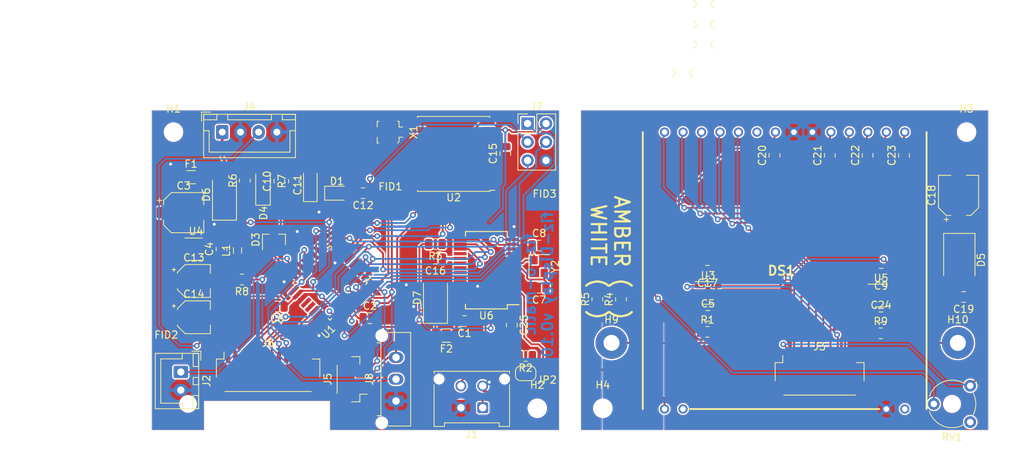
<source format=kicad_pcb>
(kicad_pcb (version 20221018) (generator pcbnew)
  (layers (0 "F.Cu" signal) (31 "B.Cu" signal) (34 "B.Paste" user) (35 "F.Paste" user) (36 "B.SilkS" user "B.Silkscreen") (37 "F.SilkS" user "F.Silkscreen") (38 "B.Mask" user) (39 "F.Mask" user) (44 "Edge.Cuts" user))
  (net 0 "")
  (net 1 "GND")
  (net 2 "Net-(U4-SW)")
  (net 3 "SCK")
  (net 4 "MOSI")
  (net 5 "MISO")
  (net 6 "+5V")
  (net 7 "RESET")
  (net 8 "TXD")
  (net 9 "RXD")
  (net 10 "SCL")
  (net 11 "SDA")
  (net 12 "A3")
  (net 13 "A2")
  (net 14 "A1")
  (net 15 "A0")
  (net 16 "Net-(U4-BST)")
  (net 17 "KEY")
  (net 18 "+12V")
  (net 19 "Net-(J7-Pin_3)")
  (net 20 "INSTR.BEL")
  (net 21 "Net-(D6-K)")
  (net 22 "D22")
  (net 23 "D23")
  (net 24 "Net-(JP2-Pad1)")
  (net 25 "CANH")
  (net 26 "CANL")
  (net 27 "D24")
  (net 28 "GPS_INT")
  (net 29 "1WIRE")
  (net 30 "INT_CAN")
  (net 31 "SS")
  (net 32 "UPDI")
  (net 33 "+3V3")
  (net 34 "GPS_RXD")
  (net 35 "GPS_TXD")
  (net 36 "GPS_RESET")
  (net 37 "AREF")
  (net 40 "A4")
  (net 41 "Net-(U6-OSC2)")
  (net 42 "Net-(U6-OSC1)")
  (net 43 "Net-(U6-~{RESET})")
  (net 57 "Net-(DS1-VB1-)")
  (net 58 "Net-(DS1-VB1+)")
  (net 59 "Net-(DS1-VB0+)")
  (net 60 "Net-(DS1-VB0-)")
  (net 61 "Net-(DS1-VLCD)")
  (net 62 "LED1")
  (net 64 "Net-(U4-EN)")
  (net 65 "Net-(DS1-NC_2)")
  (net 66 "LCD_LED")
  (net 67 "CS0")
  (net 68 "RST")
  (net 69 "CD")
  (net 70 "LCD_SCK")
  (net 71 "LCD_MOSI")
  (net 72 "Net-(R4-Pad2)")
  (net 77 "Net-(U2-RF_IN)")
  (net 79 "Net-(D7-A1)")
  (net 80 "Net-(U3-SNSK)")
  (net 81 "Net-(U3-SNS)")
  (net 82 "Net-(U5-SNSK)")
  (net 83 "Net-(U5-SNS)")
  (net 84 "Net-(H9-Pad1)")
  (net 85 "Net-(H10-Pad1)")
  (net 86 "TOUCH_1")
  (net 87 "TOUCH_2")
  (footprint "Capacitor_SMD:C_0805_2012Metric" (layer "F.Cu") (at 152.05 90.4 180)
    (fp_text reference "C12")
    (fp_text value "100n")
  )
  (footprint "Resistor_SMD:R_0805_2012Metric" (layer "F.Cu") (at 135.4 102.28 180)
    (fp_text reference "R8")
    (fp_text value "4,7k")
  )
  (footprint "Resistor_SMD:R_0805_2012Metric" (layer "F.Cu") (at 162 97.4 180)
    (fp_text reference "R3")
    (fp_text value "10k")
  )
  (footprint "Capacitor_SMD:C_0805_2012Metric" (layer "F.Cu") (at 140.55 88.75 90)
    (fp_text reference "C10")
    (fp_text value "100n")
  )
  (footprint "Capacitor_SMD:C_0805_2012Metric" (layer "F.Cu") (at 140.25 106 180)
    (fp_text reference "C6")
    (fp_text value "100n")
  )
  (footprint "Resistor_SMD:R_0805_2012Metric" (layer "F.Cu") (at 135.8 88.6625 90)
    (fp_text reference "R6")
    (fp_text value "15k")
  )
  (footprint "Diode_SMD:D_MiniMELF" (layer "F.Cu") (at 138.3 89.5 90)
    (fp_text reference "D4")
    (fp_text value "BZV55-C12")
  )
  (footprint "Crystal:Crystal_SMD_2520-4Pin_2.5x2.0mm" (layer "F.Cu") (at 176.25 100.5 -90)
    (fp_text reference "Y2")
    (fp_text value "16MHz")
  )
  (footprint "Capacitor_SMD:C_0805_2012Metric" (layer "F.Cu") (at 176.25 97.6)
    (fp_text reference "C8")
    (fp_text value "22p")
  )
  (footprint "Jumper:SolderJumper-2_P1.3mm_Open_RoundedPad1.0x1.5mm" (layer "F.Cu") (at 174.4 115.2 180)
    (fp_text reference "JP2")
    (fp_text value "Jumper_NC_Small")
  )
  (footprint "Resistor_SMD:R_0805_2012Metric" (layer "F.Cu") (at 174.4 112.8 180)
    (fp_text reference "R2")
    (fp_text value "120")
  )
  (footprint "Capacitor_SMD:C_0805_2012Metric" (layer "F.Cu") (at 166 108 180)
    (fp_text reference "C1")
    (fp_text value "100n")
  )
  (footprint "Connector_JST:JST_XH_B2B-XH-A_1x02_P2.50mm_Vertical" (layer "F.Cu") (at 127 115 -90)
    (fp_text reference "J2")
    (fp_text value "KEY")
  )
  (footprint "Package_QFP:TQFP-32_7x7mm_P0.8mm" (layer "F.Cu") (at 147.5 102.75 -135)
    (fp_text reference "U1")
    (fp_text value "ATmega4808-A")
  )
  (footprint "Capacitor_SMD:C_0805_2012Metric" (layer "F.Cu") (at 153 107.6)
    (fp_text reference "C2")
    (fp_text value "100n")
  )
  (footprint "Resistor_SMD:R_0805_2012Metric" (layer "F.Cu") (at 142.55 88.75 90)
    (fp_text reference "R7")
    (fp_text value "4,7k")
  )
  (footprint "Fuse:Fuse_1206_3216Metric" (layer "F.Cu") (at 128.4 88.2)
    (fp_text reference "F1")
    (fp_text value "500mA")
  )
  (footprint "Fiducial:Fiducial_0.5mm_Mask1mm" (layer "F.Cu") (at 125 111.4)
    (fp_text reference "FID2")
    (fp_text value "Fiducial")
  )
  (footprint "Fiducial:Fiducial_0.5mm_Mask1mm" (layer "F.Cu") (at 177 92)
    (fp_text reference "FID3")
    (fp_text value "Fiducial")
  )
  (footprint "Capacitor_SMD:CP_Elec_5x5.4" (layer "F.Cu") (at 127.4 93.08)
    (fp_text reference "C3")
    (fp_text value "22u 16V")
  )
  (footprint "Capacitor_SMD:C_0805_2012Metric" (layer "F.Cu") (at 132.6 98.08 90)
    (fp_text reference "C4")
    (fp_text value "100n")
  )
  (footprint "Capacitor_SMD:CP_Elec_4x4.5" (layer "F.Cu") (at 128.8 102.48)
    (fp_text reference "C13")
    (fp_text value "22u 6.3V")
  )
  (footprint "Capacitor_SMD:CP_Elec_4x4.5" (layer "F.Cu") (at 128.8 107.48)
    (fp_text reference "C14")
    (fp_text value "22u 6.3V")
  )
  (footprint "Inductor_SMD:L_0805_2012Metric" (layer "F.Cu") (at 134.8 98.28 90)
    (fp_text reference "L1")
    (fp_text value "4.7uH")
  )
  (footprint "Connector_Molex:Molex_Micro-Fit_3.0_43045-0412_2x02_P3.00mm_Vertical" (layer "F.Cu") (at 168.5 119.92 180)
    (fp_text reference "J1")
    (fp_text value "CAN")
  )
  (footprint "Connector_Molex:Molex_Micro-Fit_3.0_43650-0315_1x03_P3.00mm_Vertical" (layer "F.Cu") (at 156.585 119 90)
    (fp_text reference "J8")
    (fp_text value "Conn_01x03")
  )
  (footprint "Capacitor_SMD:C_0805_2012Metric" (layer "F.Cu") (at 176.25 103.4 180)
    (fp_text reference "C7")
    (fp_text value "22p")
  )
  (footprint "Connector_JST:JST_XH_B4B-XH-A_1x04_P2.50mm_Vertical" (layer "F.Cu") (at 132.7 82)
    (fp_text reference "J4")
    (fp_text value "PWR")
  )
  (footprint "Capacitor_Tantalum_SMD:CP_EIA-3216-18_Kemet-A" (layer "F.Cu") (at 144.8 89.25 90)
    (fp_text reference "C11")
    (fp_text value "1u")
  )
  (footprint "Package_TO_SOT_SMD:TSOT-23-6" (layer "F.Cu") (at 129.09 98.08)
    (fp_text reference "U4")
    (fp_text value "AP63203WU")
  )
  (footprint "Capacitor_SMD:C_0805_2012Metric" (layer "F.Cu") (at 171.6 84.95 90)
    (fp_text reference "C15")
    (fp_text value "100n")
  )
  (footprint "Connector_Coaxial:U.FL_Molex_MCRF_73412-0110_Vertical" (layer "F.Cu") (at 155.5 82 90)
    (fp_text reference "X1")
    (fp_text value "ANTENNA_U.FL")
  )
  (footprint "Fiducial:Fiducial_0.5mm_Mask1mm" (layer "F.Cu") (at 155.8 88 180)
    (fp_text reference "FID1")
    (fp_text value "Fiducial")
  )
  (footprint "Package_TO_SOT_SMD:SOT-23" (layer "F.Cu") (at 139.8 96.8 90)
    (fp_text reference "D3")
    (fp_text value "SP0502BAHT")
  )
  (footprint "Diode_SMD:D_SMA" (layer "F.Cu") (at 133 90.6 90)
    (fp_text reference "D6")
    (fp_text value "S1A")
  )
  (footprint "Capacitor_SMD:C_0805_2012Metric" (layer "F.Cu") (at 208.6 85.2 90)
    (fp_text reference "C20")
    (fp_text value "100n")
  )
  (footprint "Package_TO_SOT_SMD:SOT-23-6" (layer "F.Cu") (at 223.25 104.48)
    (fp_text reference "U5")
    (fp_text value "AT42QT1010-TSHR")
  )
  (footprint "RF_GPS:ublox_MAX" (layer "F.Cu") (at 164.5 85 180)
    (fp_text reference "U2")
    (fp_text value "MAX-M10S")
  )
  (footprint "Resistor_SMD:R_0805_2012Metric" (layer "F.Cu") (at 223.2 109.68)
    (fp_text reference "R9")
    (fp_text value "10k")
  )
  (footprint "Package_SO:SSOP-28_5.3x10.2mm_P0.65mm" (layer "F.Cu") (at 169 101 180)
    (fp_text reference "U6")
    (fp_text value "MCP25625-x-SS")
  )
  (footprint "Connector_JST:JST_SH_BM04B-SRSS-TB_1x04-1MP_P1.00mm_Vertical" (layer "F.Cu") (at 150.5 116 90)
    (fp_text reference "J5")
    (fp_text value "Conn_01x04_MountingPin")
  )
  (footprint "Capacitor_SMD:CP_Elec_5x3" (layer "F.Cu") (at 233.9 90.7 90)
    (fp_text reference "C18")
    (fp_text value "22u")
  )
  (footprint "MountingHole:MountingHole_2.2mm_M2" (layer "F.Cu") (at 126 82)
    (fp_text reference "H1")
    (fp_text value "MountingHole")
  )
  (footprint "Potentiometer_THT:Potentiometer_Piher_PT-6-V_Vertical_Hole" (layer "F.Cu") (at 235.5 116.9 180)
    (fp_text reference "RV1")
    (fp_text value "2.5k")
  )
  (footprint "Connector_JST:JST_SH_SM10B-SRSS-TB_1x10-1MP_P1.00mm_Horizontal" (layer "F.Cu") (at 214.8 115.5)
    (fp_text reference "J3")
    (fp_text value "Conn_01x10_MountingPin")
  )
  (footprint "MountingHole:MountingHole_2.2mm_M2_Pad" (layer "F.Cu") (at 186.2 111)
    (fp_text reference "H9")
    (fp_text value "MountingHole_Pad")
  )
  (footprint "Capacitor_SMD:C_0805_2012Metric" (layer "F.Cu") (at 162 99.4 180)
    (fp_text reference "C16")
    (fp_text value "100n")
  )
  (footprint "Capacitor_SMD:C_0805_2012Metric" (layer "F.Cu") (at 234.6 104.68 180)
    (fp_text reference "C19")
    (fp_text value "100n")
  )
  (footprint "fiz-o-matic:mouse-bite-1mm-slot" (layer "F.Cu") (at 195.95 73.87)
    (fp_text reference "H8" hide)
    (fp_text value "MouseBite" hide)
  )
  (footprint "Diode_SMD:D_0805_2012Metric" (layer "F.Cu") (at 148.4625 90.4)
    (fp_text reference "D1")
    (fp_text value "1N4148W")
  )
  (footprint "MountingHole:MountingHole_2.2mm_M2" (layer "F.Cu") (at 185 120)
    (fp_text reference "H4")
    (fp_text value "MountingHole")
  )
  (footprint "MountingHole:MountingHole_2.2mm_M2" (layer "F.Cu") (at 176 120)
    (fp_text reference "H2")
    (fp_text value "MountingHole")
  )
  (footprint "Capacitor_SMD:C_0805_2012Metric" (layer "F.Cu") (at 199.45 107.28)
    (fp_text reference "C5")
    (fp_text value "22n")
  )
  (footprint "Capacitor_SMD:C_0805_2012Metric" (layer "F.Cu") (at 221.4 85.2 90)
    (fp_text reference "C22")
    (fp_text value "1u")
  )
  (footprint "Capacitor_SMD:C_0805_2012Metric" (layer "F.Cu") (at 226.4 85.2 90)
    (fp_text reference "C23")
    (fp_text value "1u")
  )
  (footprint "Package_TO_SOT_SMD:SOT-23-6" (layer "F.Cu") (at 199.4625 104.13)
    (fp_text reference "U3")
    (fp_text value "AT42QT1010-TSHR")
  )
  (footprint "Capacitor_SMD:C_0805_2012Metric" (layer "F.Cu") (at 199.4 101.08 180)
    (fp_text reference "C17")
    (fp_text value "100n")
  )
  (footprint "Capacitor_SMD:C_0805_2012Metric" (layer "F.Cu") (at 223.25 101.48 180)
    (fp_text reference "C9")
    (fp_text value "100n")
  )
  (footprint "Diode_SMD:D_SMB" (layer "F.Cu") (at 234 99.6 -90)
    (fp_text reference "D5")
    (fp_text value "SMBJ15CA")
  )
  (footprint "Diode_SMD:D_SMA" (layer "F.Cu") (at 162 104.8 90)
    (fp_text reference "D7")
    (fp_text value "SMAJ5.0A")
  )
  (footprint "Capacitor_SMD:C_0805_2012Metric" (layer "F.Cu") (at 172.5 108.55 -90)
    (fp_text reference "C25")
    (fp_text value "100n")
  )
  (footprint "Fuse:Fuse_1206_3216Metric" (layer "F.Cu") (at 163.5 110 180)
    (fp_text reference "F2")
    (fp_text value "500mA")
  )
  (footprint "Capacitor_SMD:C_0805_2012Metric" (layer "F.Cu") (at 223.25 107.48)
    (fp_text reference "C24")
    (fp_text value "22n")
  )
  (footprint "fiz-o-matic:mouse-bite-1mm-slot" (layer "F.Cu") (at 198.85 64.37)
    (fp_text reference "H5" hide)
    (fp_text value "MouseBite" hide)
  )
  (footprint "Capacitor_SMD:C_0805_2012Metric" (layer "F.Cu") (at 216.2 85.2 90)
    (fp_text reference "C21")
    (fp_text value "1u")
  )
  (footprint "MountingHole:MountingHole_2.2mm_M2" (layer "F.Cu") (at 235 82)
    (fp_text reference "H3")
    (fp_text value "MountingHole")
  )
  (footprint "fiz-o-matic:mouse-bite-1mm-slot" (layer "F.Cu") (at 198.85 69.97)
    (fp_text reference "H7" hide)
    (fp_text value "MouseBite" hide)
  )
  (footprint "Resistor_SMD:R_0805_2012Metric" (layer "F.Cu") (at 187.5 105 90)
    (fp_text reference "R4")
    (fp_text value "1k")
  )
  (footprint "fiz-o-matic:EA-DOGS102W-6" (layer "F.Cu") (at 210 101.05)
    (fp_text reference "DS1")
    (fp_text value "EA_DOGS102W-6" hide)
  )
  (footprint "fiz-o-matic:mouse-bite-1mm-slot" (layer "F.Cu") (at 198.85 67.17)
    (fp_text reference "H6" hide)
    (fp_text value "MouseBite" hide)
  )
  (footprint "Connector_JST:JST_SH_SM12B-SRSS-TB_1x12-1MP_P1.00mm_Horizontal" (layer "F.Cu") (at 139 115)
    (fp_text reference "J6")
    (fp_text value "Conn_01x12_MountingPin")
  )
  (footprint "Connector_PinHeader_2.54mm:PinHeader_2x03_P2.54mm_Vertical" (layer "F.Cu") (at 174.66 80.82)
    (fp_text reference "J7")
    (fp_text value "Conn_02x03_Odd_Even")
  )
  (footprint "MountingHole:MountingHole_2.2mm_M2_Pad" (layer "F.Cu") (at 233.8 111)
    (fp_text reference "H10")
    (fp_text value "MountingHole_Pad")
  )
  (footprint "Resistor_SMD:R_0805_2012Metric" (layer "F.Cu") (at 184.25 105 90)
    (fp_text reference "R5")
    (fp_text value "560")
  )
  (footprint "Resistor_SMD:R_0805_2012Metric" (layer "F.Cu") (at 199.3875 109.48)
    (fp_text reference "R1")
    (fp_text value "10k")
  )
  (gr_line (start 123 123) (end 123 79) (stroke (width 0.05)) (layer "Edge.Cuts"))
  (gr_line (start 238 79) (end 182 79) (stroke (width 0.05)) (layer "Edge.Cuts"))
  (gr_line (start 130.2 119) (end 147.5 119) (stroke (width 0.05)) (layer "Edge.Cuts"))
  (gr_line (start 182 79) (end 182 123) (stroke (width 0.05)) (layer "Edge.Cuts"))
  (gr_line (start 130.2 123) (end 130.2 119) (stroke (width 0.05)) (layer "Edge.Cuts"))
  (gr_line (start 179 123) (end 179 79) (stroke (width 0.05)) (layer "Edge.Cuts"))
  (gr_line (start 147.5 119) (end 147.5 123) (stroke (width 0.05)) (layer "Edge.Cuts"))
  (gr_line (start 238 123) (end 238 79) (stroke (width 0.05)) (layer "Edge.Cuts"))
  (gr_line (start 182 123) (end 238 123) (stroke (width 0.05)) (layer "Edge.Cuts"))
  (gr_line (start 147.5 123) (end 179 123) (stroke (width 0.05)) (layer "Edge.Cuts"))
  (gr_line (start 123 123) (end 130.2 123) (stroke (width 0.05)) (layer "Edge.Cuts"))
  (gr_line (start 179 79) (end 123 79) (stroke (width 0.05)) (layer "Edge.Cuts"))
  (gr_text "fiz-o-matic\nfiz-Display v0.10" (at 176.2 103 90) (layer "B.Cu") (effects (font (size 1.5 1.5) (thickness 0.3)) (justify mirror)))
  (gr_text "AMBER (  )\nWHITE (  )" (at 186 108 270) (layer "F.SilkS") (effects (font (size 2 2) (thickness 0.3)) (justify right)))
  (segment (start 160 106.5) (end 159.924695 106.5) (width 0.25) (layer "B.Cu") (net 0))
  (segment (start 159.924695 106.5) (end 159.725 106.300305) (width 0.25) (layer "B.Cu") (net 0))
  (segment (start 159.725 106.300305) (end 159.725 105.699695) (width 0.25) (layer "B.Cu") (net 0))
  (via (at 143 95.68) (size 0.8) (drill 0.4) (layers "F.Cu" "B.Cu") (net 1))
  (via (at 125.6 86.4) (size 0.8) (drill 0.4) (layers "F.Cu" "B.Cu") (net 1))
  (via (at 148.2 100) (size 0.8) (drill 0.4) (layers "F.Cu" "B.Cu") (net 1))
  (via (at 141.2 102.6) (size 0.8) (drill 0.4) (layers "F.Cu" "B.Cu") (net 1))
  (via (at 158 103) (size 0.8) (drill 0.4) (layers "F.Cu" "B.Cu") (net 1))
  (via (at 146 93) (size 0.8) (drill 0.4) (layers "F.Cu" "B.Cu") (net 1))
  (via (at 146 110) (size 0.8) (drill 0.4) (layers "F.Cu" "B.Cu") (net 1))
  (via (at 172.8 95) (size 0.8) (drill 0.4) (layers "F.Cu" "B.Cu") (net 1))
  (via (at 167.8 103.2) (size 0.8) (drill 0.4) (layers "F.Cu" "B.Cu") (net 1))
  (via (at 131.6 94.68) (size 0.8) (drill 0.4) (layers "F.Cu" "B.Cu") (net 1))
  (via (at 169.4 116.4) (size 0.8) (drill 0.4) (layers "F.Cu" "B.Cu") (net 1))
  (via (at 159 106) (size 0.8) (drill 0.4) (layers "F.Cu" "B.Cu") (net 1))
  (segment (start 131.95 99.03) (end 132.6 99.03) (width 0.25) (layer "F.Cu") (net 2))
  (segment (start 131 98.08) (end 131.95 99.03) (width 0.25) (layer "F.Cu") (net 2))
  (segment (start 133.8625 99.3425) (end 134.8 99.3425) (width 0.25) (layer "F.Cu") (net 2))
  (segment (start 130.4 98.08) (end 131 98.08) (width 0.25) (layer "F.Cu") (net 2))
  (segment (start 132.6 99.03) (end 133.55 99.03) (width 0.25) (layer "F.Cu") (net 2))
  (segment (start 133.55 99.03) (end 133.8625 99.3425) (width 0.25) (layer "F.Cu") (net 2))
  (segment (start 139.868198 108.368198) (end 140.431802 108.368198) (width 0.25) (layer "F.Cu") (net 3))
  (segment (start 172.6 96.775) (end 171 96.775) (width 0.25) (layer "F.Cu") (net 3))
  (segment (start 151.4 99.4) (end 151.4 99.174695) (width 0.25) (layer "F.Cu") (net 3))
  (segment (start 136.5 111.736396) (end 139.868198 108.368198) (width 0.25) (layer "F.Cu") (net 3))
  (segment (start 136.5 113) (end 136.5 111.736396) (width 0.25) (layer "F.Cu") (net 3))
  (segment (start 140.431802 108.368198) (end 141.4 107.4) (width 0.25) (layer "F.Cu") (net 3))
  (segment (start 152.808746 97.765949) (end 152.849124 97.765949) (width 0.25) (layer "F.Cu") (net 3))
  (segment (start 150.788047 100.027639) (end 150.788047 100.011953) (width 0.25) (layer "F.Cu") (net 3))
  (segment (start 151.4 99.174695) (end 152.808746 97.765949) (width 0.25) (layer "F.Cu") (net 3))
  (segment (start 150.788047 100.011953) (end 151.4 99.4) (width 0.25) (layer "F.Cu") (net 3))
  (via (at 141.4 107.4) (size 0.8) (drill 0.4) (layers "F.Cu" "B.Cu") (net 3))
  (via (at 171 96.775) (size 0.8) (drill 0.4) (layers "F.Cu" "B.Cu") (net 3))
  (via (at 152.849124 97.765949) (size 0.8) (drill 0.4) (layers "F.Cu" "B.Cu") (net 3))
  (segment (start 170.034051 97.765949) (end 152.849124 97.765949) (width 0.25) (layer "B.Cu") (net 3))
  (segment (start 141.4 107.4) (end 144.625306 107.4) (width 0.25) (layer "B.Cu") (net 3))
  (segment (start 152.034051 97.765949) (end 152.849124 97.765949) (width 0.25) (layer "B.Cu") (net 3))
  (segment (start 145.112653 106.912653) (end 148.2 103.825305) (width 0.25) (layer "B.Cu") (net 3))
  (segment (start 171 96.775) (end 171 96.8) (width 0.25) (layer "B.Cu") (net 3))
  (segment (start 148.2 101.6) (end 152.034051 97.765949) (width 0.25) (layer "B.Cu") (net 3))
  (segment (start 148.2 103.825305) (end 148.2 101.6) (width 0.25) (layer "B.Cu") (net 3))
  (segment (start 171 96.8) (end 170.034051 97.765949) (width 0.25) (layer "B.Cu") (net 3))
  (segment (start 144.625306 107.4) (end 145.112653 106.912653) (width 0.25) (layer "B.Cu") (net 3))
  (segment (start 167.884551 96.775) (end 169.6 98.490449) (width 0.25) (layer "F.Cu") (net 4))
  (segment (start 135.5 113) (end 135.5 112.1) (width 0.25) (layer "F.Cu") (net 4))
  (segment (start 165.4 96.775) (end 167.884551 96.775) (width 0.25) (layer "F.Cu") (net 4))
  (segment (start 153.369659 99.708768) (end 151.919417 101.15901) (width 0.25) (layer "F.Cu") (net 4))
  (segment (start 153.369659 99.442415) (end 153.369659 99.708768) (width 0.25) (layer "F.Cu") (net 4))
  (segment (start 135.5 112.1) (end 140.2 107.4) (width 0.25) (layer "F.Cu") (net 4))
  (via (at 153.369659 99.442415) (size 0.8) (drill 0.4) (layers "F.Cu" "B.Cu") (net 4))
  (via (at 140.2 107.4) (size 0.8) (drill 0.4) (layers "F.Cu" "B.Cu") (net 4))
  (via (at 169.6 98.490449) (size 0.8) (drill 0.4) (layers "F.Cu" "B.Cu") (net 4))
  (segment (start 148.65 101.924695) (end 148.65 104.011701) (width 0.25) (layer "B.Cu") (net 4))
  (segment (start 148.65 104.011701) (end 145.030851 107.630851) (width 0.25) (layer "B.Cu") (net 4))
  (segment (start 152.099694 98.475) (end 148.65 101.924695) (width 0.25) (layer "B.Cu") (net 4))
  (segment (start 153.369659 99.144354) (end 152.700305 98.475) (width 0.25) (layer "B.Cu") (net 4))
  (segment (start 153.369659 99.442415) (end 153.369659 99.144354) (width 0.25) (layer "B.Cu") (net 4))
  (segment (start 152.700305 98.475) (end 152.099694 98.475) (width 0.25) (layer "B.Cu") (net 4))
  (segment (start 166.557585 99.442415) (end 167.4 98.6) (width 0.25) (layer "B.Cu") (net 4))
  (segment (start 169.6 98.490449) (end 167.509551 98.490449) (width 0.25) (layer "B.Cu") (net 4))
  (segment (start 140.925 108.125) (end 144.536702 108.125) (width 0.25) (layer "B.Cu") (net 4))
  (segment (start 166.557585 99.442415) (end 153.369659 99.442415) (width 0.25) (layer "B.Cu") (net 4))
  (segment (start 144.536702 108.125) (end 145.030851 107.630851) (width 0.25) (layer "B.Cu") (net 4))
  (segment (start 167.509551 98.490449) (end 167.4 98.6) (width 0.25) (layer "B.Cu") (net 4))
  (segment (start 140.2 107.4) (end 140.925 108.125) (width 0.25) (layer "B.Cu") (net 4))
  (segment (start 168.8 99.214949) (end 168.8 98.6) (width 0.25) (layer "F.Cu") (net 5))
  (segment (start 167.625 97.425) (end 165.4 97.425) (width 0.25) (layer "F.Cu") (net 5))
  (segment (start 152.4 99.547056) (end 151.353732 100.593324) (width 0.25) (layer "F.Cu") (net 5))
  (segment (start 168.8 98.6) (end 167.625 97.425) (width 0.25) (layer "F.Cu") (net 5))
  (segment (start 152.4 99.2) (end 152.4 99.547056) (width 0.25) (layer "F.Cu") (net 5))
  (via (at 168.8 99.214949) (size 0.8) (drill 0.4) (layers "F.Cu" "B.Cu") (net 5))
  (via (at 152.4 99.2) (size 0.8) (drill 0.4) (layers "F.Cu" "B.Cu") (net 5))
  (segment (start 167.985051 99.214949) (end 168.8 99.214949) (width 0.25) (layer "B.Cu") (net 5))
  (segment (start 167.032585 100.167415) (end 167.985051 99.214949) (width 0.25) (layer "B.Cu") (net 5))
  (segment (start 167.032585 100.167415) (end 153.069354 100.167415) (width 0.25) (layer "B.Cu") (net 5))
  (segment (start 152.4 99.498061) (end 152.4 99.2) (width 0.25) (layer "B.Cu") (net 5))
  (segment (start 153.069354 100.167415) (end 152.4 99.498061) (width 0.25) (layer "B.Cu") (net 5))
  (segment (start 164.5 108) (end 164 107.5) (width 0.35) (layer "F.Cu") (net 6))
  (segment (start 164 104.775) (end 164.2 104.575) (width 0.35) (layer "F.Cu") (net 6))
  (segment (start 164.9 110) (end 164.9 108.15) (width 0.35) (layer "F.Cu") (net 6))
  (segment (start 164.9 108.15) (end 165.05 108) (width 0.35) (layer "F.Cu") (net 6))
  (segment (start 164.2 104.575) (end 165.4 104.575) (width 0.35) (layer "F.Cu") (net 6))
  (segment (start 165.05 108) (end 164.5 108) (width 0.35) (layer "F.Cu") (net 6))
  (segment (start 164 107.5) (end 164 104.775) (width 0.35) (layer "F.Cu") (net 6))
  (segment (start 147.225305 95.6) (end 145.6 95.6) (width 0.25) (layer "F.Cu") (net 7))
  (segment (start 147.921573 106) (end 147.8 106) (width 0.25) (layer "F.Cu") (net 7))
  (segment (start 149.4 93.425305) (end 147.225305 95.6) (width 0.25) (layer "F.Cu") (net 7))
  (segment (start 149.4 90.4) (end 149.4 93.425305) (width 0.25) (layer "F.Cu") (net 7))
  (segment (start 146.4 104.6) (end 147.8 106) (width 0.25) (layer "F.Cu") (net 7))
  (segment (start 149.4 90.4) (end 151.1 90.4) (width 0.25) (layer "F.Cu") (net 7))
  (segment (start 149.09099 107.169417) (end 147.921573 106) (width 0.25) (layer "F.Cu") (net 7))
  (via (at 145.6 95.6) (size 0.8) (drill 0.4) (layers "F.Cu" "B.Cu") (net 7))
  (via (at 146.4 104.6) (size 0.8) (drill 0.4) (layers "F.Cu" "B.Cu") (net 7))
  (segment (start 145.6 101.174695) (end 144.475 102.299695) (width 0.25) (layer "B.Cu") (net 7))
  (segment (start 144.475 102.900305) (end 146.174695 104.6) (width 0.25) (layer "B.Cu") (net 7))
  (segment (start 144.475 102.299695) (end 144.475 102.900305) (width 0.25) (layer "B.Cu") (net 7))
  (segment (start 146.174695 104.6) (end 146.4 104.6) (width 0.25) (layer "B.Cu") (net 7))
  (segment (start 145.6 95.6) (end 145.6 101.174695) (width 0.25) (layer "B.Cu") (net 7))
  (segment (start 150.047056 103.6) (end 151.353732 104.906676) (width 0.25) (layer "F.Cu") (net 8))
  (segment (start 150 103.6) (end 150.047056 103.6) (width 0.25) (layer "F.Cu") (net 8))
  (via (at 150 103.6) (size 0.8) (drill 0.4) (layers "F.Cu" "B.Cu") (net 8))
  (segment (start 150 103.4) (end 150 103.6) (width 0.25) (layer "B.Cu") (net 8))
  (segment (start 171.725 97.524903) (end 167.907988 101.341915) (width 0.25) (layer "B.Cu") (net 8))
  (segment (start 167.907988 101.341915) (end 155.8 101.341915) (width 0.25) (layer "B.Cu") (net 8))
  (segment (start 151.816915 101.616915) (end 151.8 101.6) (width 0.25) (layer "B.Cu") (net 8))
  (segment (start 174.66 85.9) (end 174.66 87.102081) (width 0.25) (layer "B.Cu") (net 8))
  (segment (start 155.525 101.616915) (end 151.816915 101.616915) (width 0.25) (layer "B.Cu") (net 8))
  (segment (start 155.8 101.341915) (end 155.525 101.616915) (width 0.25) (layer "B.Cu") (net 8))
  (segment (start 151.8 101.6) (end 150 103.4) (width 0.25) (layer "B.Cu") (net 8))
  (segment (start 171.725 90.037081) (end 171.725 97.524903) (width 0.25) (layer "B.Cu") (net 8))
  (segment (start 174.66 87.102081) (end 171.725 90.037081) (width 0.25) (layer "B.Cu") (net 8))
  (segment (start 151.083475 103.505048) (end 151.919417 104.34099) (width 0.25) (layer "F.Cu") (net 9))
  (segment (start 151.083475 103.341831) (end 151.083475 103.505048) (width 0.25) (layer "F.Cu") (net 9))
  (via (at 151.083475 103.341831) (size 0.8) (drill 0.4) (layers "F.Cu" "B.Cu") (net 9))
  (segment (start 156.808085 101.791915) (end 156.8 101.8) (width 0.25) (layer "B.Cu") (net 9))
  (segment (start 168.094384 101.791915) (end 156.808085 101.791915) (width 0.25) (layer "B.Cu") (net 9))
  (segment (start 155.716915 102.066915) (end 152.358391 102.066915) (width 0.25) (layer "B.Cu") (net 9))
  (segment (start 155.991915 101.791915) (end 155.716915 102.066915) (width 0.25) (layer "B.Cu") (net 9))
  (segment (start 173.525 89.125001) (end 173.525 96.361299) (width 0.25) (layer "B.Cu") (net 9))
  (segment (start 175.835 86.815001) (end 173.525 89.125001) (width 0.25) (layer "B.Cu") (net 9))
  (segment (start 173.525 96.361299) (end 168.094384 101.791915) (width 0.25) (layer "B.Cu") (net 9))
  (segment (start 156 101.8) (end 155.991915 101.791915) (width 0.25) (layer "B.Cu") (net 9))
  (segment (start 175.835 84.725) (end 175.835 86.815001) (width 0.25) (layer "B.Cu") (net 9))
  (segment (start 152.358391 102.066915) (end 151.083475 103.341831) (width 0.25) (layer "B.Cu") (net 9))
  (segment (start 177.2 83.36) (end 175.835 84.725) (width 0.25) (layer "B.Cu") (net 9))
  (segment (start 156.8 101.8) (end 156 101.8) (width 0.25) (layer "B.Cu") (net 9))
  (segment (start 158.2 88.3) (end 155.5 91) (width 0.25) (layer "F.Cu") (net 10))
  (segment (start 153.880204 103.119796) (end 154.760408 104) (width 0.25) (layer "F.Cu") (net 10))
  (segment (start 152.485103 101.724695) (end 153.880204 103.119796) (width 0.25) (layer "F.Cu") (net 10))
  (segment (start 155.5 91) (end 155.525 91.025) (width 0.25) (layer "F.Cu") (net 10))
  (segment (start 153 114.5) (end 154 113.5) (width 0.25) (layer "F.Cu") (net 10))
  (segment (start 154.760408 104) (end 155 104) (width 0.25) (layer "F.Cu") (net 10))
  (segment (start 159.75 88.3) (end 158.2 88.3) (width 0.25) (layer "F.Cu") (net 10))
  (segment (start 151.825 114.5) (end 153 114.5) (width 0.25) (layer "F.Cu") (net 10))
  (segment (start 155.525 91.025) (end 155.525 101.475) (width 0.25) (layer "F.Cu") (net 10))
  (segment (start 155.525 101.475) (end 153.880204 103.119796) (width 0.25) (layer "F.Cu") (net 10))
  (via (at 155 104) (size 0.8) (drill 0.4) (layers "F.Cu" "B.Cu") (net 10))
  (via (at 154 113.5) (size 0.8) (drill 0.4) (layers "F.Cu" "B.Cu") (net 10))
  (segment (start 155 108.946644) (end 155.635 109.581644) (width 0.25) (layer "B.Cu") (net 10))
  (segment (start 155.635 109.581644) (end 155.635 110.418356) (width 0.25) (layer "B.Cu") (net 10))
  (segment (start 154.053356 112) (end 154 112) (width 0.25) (layer "B.Cu") (net 10))
  (segment (start 155 104) (end 155 108.946644) (width 0.25) (layer "B.Cu") (net 10))
  (segment (start 154 112) (end 154 113.5) (width 0.25) (layer "B.Cu") (net 10))
  (segment (start 155.635 110.418356) (end 154.053356 112) (width 0.25) (layer "B.Cu") (net 10))
  (segment (start 155.975 94.5) (end 156.008579 94.533579) (width 0.25) (layer "F.Cu") (net 11))
  (segment (start 153.509798 104.8) (end 152.485103 103.775305) (width 0.25) (layer "F.Cu") (net 11))
  (segment (start 156.5 91.5) (end 155.975 92.025) (width 0.25) (layer "F.Cu") (net 11))
  (segment (start 151.825 115.5) (end 153.025306 115.5) (width 0.25) (layer "F.Cu") (net 11))
  (segment (start 156.008579 104) (end 156.008579 104.191421) (width 0.25) (layer "F.Cu") (net 11))
  (segment (start 156.008579 104.191421) (end 155.4 104.8) (width 0.25) (layer "F.Cu") (net 11))
  (segment (start 159.5 91.5) (end 156.5 91.5) (width 0.25) (layer "F.Cu") (net 11))
  (segment (start 155.4 104.8) (end 153.509798 104.8) (width 0.25) (layer "F.Cu") (net 11))
  (segment (start 153.025306 115.5) (end 154.012653 114.512653) (width 0.25) (layer "F.Cu") (net 11))
  (segment (start 156.008579 94.533579) (end 156.008579 104) (width 0.25) (layer "F.Cu") (net 11))
  (segment (start 160.975 90.025) (end 159.5 91.5) (width 0.25) (layer "F.Cu") (net 11))
  (segment (start 160.975 87.525) (end 160.975 90.025) (width 0.25) (layer "F.Cu") (net 11))
  (segment (start 160.65 87.2) (end 160.975 87.525) (width 0.25) (layer "F.Cu") (net 11))
  (segment (start 159.75 87.2) (end 160.65 87.2) (width 0.25) (layer "F.Cu") (net 11))
  (segment (start 155.975 92.025) (end 155.975 94.5) (width 0.25) (layer "F.Cu") (net 11))
  (via (at 156.008579 104) (size 0.8) (drill 0.4) (layers "F.Cu" "B.Cu") (net 11))
  (via (at 154.012653 114.512653) (size 0.8) (drill 0.4) (layers "F.Cu" "B.Cu") (net 11))
  (segment (start 155 113.525306) (end 155 111.689752) (width 0.25) (layer "B.Cu") (net 11))
  (segment (start 156.008579 109.318827) (end 156.085 109.395248) (width 0.25) (layer "B.Cu") (net 11))
  (segment (start 155 111.689752) (end 156.085 110.604752) (width 0.25) (layer "B.Cu") (net 11))
  (segment (start 154.012653 114.512653) (end 155 113.525306) (width 0.25) (layer "B.Cu") (net 11))
  (segment (start 156.085 110.604752) (end 156.085 109.395248) (width 0.25) (layer "B.Cu") (net 11))
  (segment (start 156.008579 104) (end 156.008579 109.318827) (width 0.25) (layer "B.Cu") (net 11))
  (segment (start 144.731408 101.488084) (end 144.731408 100.547094) (width 0.25) (layer "F.Cu") (net 12))
  (segment (start 141.5 113) (end 141.5 111) (width 0.25) (layer "F.Cu") (net 12))
  (segment (start 144.731408 100.547094) (end 144.211953 100.027639) (width 0.25) (layer "F.Cu") (net 12))
  (segment (start 143.609746 102.609746) (end 144.731408 101.488084) (width 0.25) (layer "F.Cu") (net 12))
  (via (at 141.5 111) (size 0.8) (drill 0.4) (layers "F.Cu" "B.Cu") (net 12))
  (via (at 143.609746 102.609746) (size 0.8) (drill 0.4) (layers "F.Cu" "B.Cu") (net 12))
  (segment (start 139.475 108.5) (end 139.475 106.744492) (width 0.25) (layer "B.Cu") (net 12))
  (segment (start 139.475 108.975) (end 139.475 108.5) (width 0.25) (layer "B.Cu") (net 12))
  (segment (start 139.475 106.744492) (end 143.609746 102.609746) (width 0.25) (layer "B.Cu") (net 12))
  (segment (start 141.5 111) (end 139.475 108.975) (width 0.25) (layer "B.Cu") (net 12))
  (segment (start 140.5 111.120072) (end 140.50233 111.117742) (width 0.25) (layer "F.Cu") (net 13))
  (segment (start 143.975 98.200484) (end 143.975 98.659314) (width 0.25) (layer "F.Cu") (net 13))
  (segment (start 143.975 98.659314) (end 144.777639 99.461953) (width 0.25) (layer "F.Cu") (net 13))
  (segment (start 140.5 113) (end 140.5 111.120072) (width 0.25) (layer "F.Cu") (net 13))
  (via (at 140.50233 111.117742) (size 0.8) (drill 0.4) (layers "F.Cu" "B.Cu") (net 13))
  (via (at 143.975 98.200484) (size 0.8) (drill 0.4) (layers "F.Cu" "B.Cu") (net 13))
  (segment (start 139.025 109.640412) (end 139.025 109.5) (width 0.25) (layer "B.Cu") (net 13))
  (segment (start 139.025 106.169187) (end 143.394187 101.8) (width 0.25) (layer "B.Cu") (net 13))
  (segment (start 140.50233 111.117742) (end 139.025 109.640412) (width 0.25) (layer "B.Cu") (net 13))
  (segment (start 139.025 109.5) (end 139.025 109) (width 0.25) (layer "B.Cu") (net 13))
  (segment (start 143.4 101.8) (end 143.4 98.775484) (width 0.25) (layer "B.Cu") (net 13))
  (segment (start 143.394187 101.8) (end 143.4 101.8) (width 0.25) (layer "B.Cu") (net 13))
  (segment (start 143.4 98.775484) (end 143.975 98.200484) (width 0.25) (layer "B.Cu") (net 13))
  (segment (start 139.025 109) (end 139.025 106.169187) (width 0.25) (layer "B.Cu") (net 13))
  (segment (start 130.4 97.13) (end 132.6 97.13) (width 0.25) (layer "F.Cu") (net 16))
  (segment (start 141.6 99.678427) (end 143.080583 101.15901) (width 0.25) (layer "F.Cu") (net 17))
  (segment (start 141.6 99.4) (end 141.6 99.678427) (width 0.25) (layer "F.Cu") (net 17))
  (via (at 141.6 99.4) (size 0.8) (drill 0.4) (layers "F.Cu" "B.Cu") (net 17))
  (segment (start 127 115) (end 132 115) (width 0.25) (layer "B.Cu") (net 17))
  (segment (start 132 115) (end 137 110) (width 0.25) (layer "B.Cu") (net 17))
  (segment (start 137 102.454695) (end 140.054695 99.4) (width 0.25) (layer "B.Cu") (net 17))
  (segment (start 137 110) (end 137 102.454695) (width 0.25) (layer "B.Cu") (net 17))
  (segment (start 140.054695 99.4) (end 141.6 99.4) (width 0.25) (layer "B.Cu") (net 17))
  (segment (start 133 88.6) (end 133 85.88) (width 0.35) (layer "F.Cu") (net 18))
  (segment (start 133 88.6) (end 133.9 88.6) (width 0.35) (layer "F.Cu") (net 18))
  (segment (start 133 85.88) (end 132.7 85.58) (width 0.35) (layer "F.Cu") (net 18))
  (segment (start 134.875 89.575) (end 135.8 89.575) (width 0.35) (layer "F.Cu") (net 18))
  (segment (start 133.9 88.6) (end 134.875 89.575) (width 0.35) (layer "F.Cu") (net 18))
  (segment (start 132.7 82) (end 132.7 85.58) (width 0.35) (layer "F.Cu") (net 18))
  (segment (start 153 88.4) (end 153 90.4) (width 0.25) (layer "F.Cu") (net 19))
  (via (at 153 88.4) (size 0.8) (drill 0.4) (layers "F.Cu" "B.Cu") (net 19))
  (segment (start 172.275 80.975) (end 160.425 80.975) (width 0.25) (layer "B.Cu") (net 19))
  (segment (start 160.425 80.975) (end 153 88.4) (width 0.25) (layer "B.Cu") (net 19))
  (segment (start 174.66 83.36) (end 172.275 80.975) (width 0.25) (layer "B.Cu") (net 19))
  (segment (start 133 110.5) (end 130.1 110.5) (width 0.25) (layer "F.Cu") (net 20))
  (segment (start 130.1 110.5) (end 130 110.6) (width 0.25) (layer "F.Cu") (net 20))
  (segment (start 133.5 111) (end 133 110.5) (width 0.25) (layer "F.Cu") (net 20))
  (segment (start 133.5 113) (end 133.5 111) (width 0.25) (layer "F.Cu") (net 20))
  (segment (start 129.2 111.4) (end 130 110.6) (width 0.25) (layer "F.Cu") (net 20))
  (via (at 129.2 111.4) (size 0.8) (drill 0.4) (layers "F.Cu" "B.Cu") (net 20))
  (segment (start 124.925 85.675) (end 124 86.6) (width 0.25) (layer "B.Cu") (net 20))
  (segment (start 137.7 82) (end 134.025 85.675) (width 0.25) (layer "B.Cu") (net 20))
  (segment (start 124 86.6) (end 124 108.6) (width 0.25) (layer "B.Cu") (net 20))
  (segment (start 129.2 111.4) (end 126.8 111.4) (width 0.25) (layer "B.Cu") (net 20))
  (segment (start 126.8 111.4) (end 124 108.6) (width 0.25) (layer "B.Cu") (net 20))
  (segment (start 134.025 85.675) (end 124.925 85.675) (width 0.25) (layer "B.Cu") (net 20))
  (segment (start 129.8 88.2) (end 130.52 88.2) (width 0.25) (layer "F.Cu") (net 21))
  (segment (start 133 90.88) (end 133 92.6) (width 0.25) (layer "F.Cu") (net 21))
  (segment (start 131.2 90.48) (end 131.4 90.68) (width 0.25) (layer "F.Cu") (net 21))
  (segment (start 130.52 88.2) (end 131.2 88.88) (width 0.25) (layer "F.Cu") (net 21))
  (segment (start 131.2 88.88) (end 131.2 90.48) (width 0.25) (layer "F.Cu") (net 21))
  (segment (start 132.8 90.68) (end 133 90.88) (width 0.25) (layer "F.Cu") (net 21))
  (segment (start 131.4 90.68) (end 132.8 90.68) (width 0.25) (layer "F.Cu") (net 21))
  (segment (start 137.5 113) (end 137.5 111.821975) (width 0.25) (layer "F.Cu") (net 22))
  (segment (start 137.5 111.821975) (end 140.321975 109) (width 0.25) (layer "F.Cu") (net 22))
  (segment (start 142.947056 109) (end 145.343324 106.603732) (width 0.25) (layer "F.Cu") (net 22))
  (segment (start 140.321975 109) (end 142.947056 109) (width 0.25) (layer "F.Cu") (net 22))
  (segment (start 143.528427 109.55) (end 145.90901 107.169417) (width 0.25) (layer "F.Cu") (net 23))
  (segment (start 138.5 113) (end 138.5 111.458371) (width 0.25) (layer "F.Cu") (net 23))
  (segment (start 138.5 111.458371) (end 140.408371 109.55) (width 0.25) (layer "F.Cu") (net 23))
  (segment (start 140.408371 109.55) (end 143.528427 109.55) (width 0.25) (layer "F.Cu") (net 23))
  (segment (start 175.3125 112.8) (end 175.3125 114.0875) (width 0.25) (layer "F.Cu") (net 24))
  (segment (start 175.05 115.2) (end 175.05 114.35) (width 0.25) (layer "F.Cu") (net 24))
  (segment (start 175.3125 114.0875) (end 175.05 114.35) (width 0.25) (layer "F.Cu") (net 24))
  (segment (start 164.9 116.92) (end 169.02 112.8) (width 0.25) (layer "F.Cu") (net 25))
  (segment (start 172.6 103.275) (end 171.475 103.275) (width 0.25) (layer "F.Cu") (net 25))
  (segment (start 169.02 112.8) (end 173.4875 112.8) (width 0.25) (layer "F.Cu") (net 25))
  (segment (start 168.875 112.655) (end 169.02 112.8) (width 0.25) (layer "F.Cu") (net 25))
  (segment (start 168.875 105.875) (end 168.875 112.655) (width 0.25) (layer "F.Cu") (net 25))
  (segment (start 171.475 103.275) (end 168.875 105.875) (width 0.25) (layer "F.Cu") (net 25))
  (segment (start 176.8 111.8) (end 176.8 116.4) (width 0.25) (layer "F.Cu") (net 26))
  (segment (start 173.525 103.925) (end 174.2 104.6) (width 0.25) (layer "F.Cu") (net 26))
  (segment (start 173.75 116.85) (end 173.75 115.2) (width 0.25) (layer "F.Cu") (net 26))
  (segment (start 175.2 111.2) (end 176.2 111.2) (width 0.25) (layer "F.Cu") (net 26))
  (segment (start 176.8 116.4) (end 176.4 116.8) (width 0.25) (layer "F.Cu") (net 26))
  (segment (start 174.2 104.6) (end 174.2 110.2) (width 0.25) (layer "F.Cu") (net 26))
  (segment (start 168.65 117.67) (end 172.93 117.67) (width 0.25) (layer "F.Cu") (net 26))
  (segment (start 174.2 110.2) (end 175.2 111.2) (width 0.25) (layer "F.Cu") (net 26))
  (segment (start 176.4 116.8) (end 173.8 116.8) (width 0.25) (layer "F.Cu") (net 26))
  (segment (start 167.9 116.92) (end 168.65 117.67) (width 0.25) (layer "F.Cu") (net 26))
  (segment (start 172.6 103.925) (end 173.525 103.925) (width 0.25) (layer "F.Cu") (net 26))
  (segment (start 176.2 111.2) (end 176.8 111.8) (width 0.25) (layer "F.Cu") (net 26))
  (segment (start 172.93 117.67) (end 173.75 116.85) (width 0.25) (layer "F.Cu") (net 26))
  (segment (start 173.8 116.8) (end 173.75 116.85) (width 0.25) (layer "F.Cu") (net 26))
  (segment (start 139.5 111.094767) (end 140.594767 110) (width 0.25) (layer "F.Cu") (net 27))
  (segment (start 144.209798 110) (end 146.474695 107.735103) (width 0.25) (layer "F.Cu") (net 27))
  (segment (start 139.5 113) (end 139.5 111.094767) (width 0.25) (layer "F.Cu") (net 27))
  (segment (start 140.594767 110) (end 144.209798 110) (width 0.25) (layer "F.Cu") (net 27))
  (segment (start 156.733579 96.616421) (end 156.733579 104.300305) (width 0.25) (layer "F.Cu") (net 28))
  (segment (start 148.525305 107.719998) (end 147.42699 106.621683) (width 0.25) (layer "F.Cu") (net 28))
  (segment (start 156.733579 104.300305) (end 155.508884 105.525) (width 0.25) (layer "F.Cu") (net 28))
  (segment (start 169.25 85) (end 168.35 85) (width 0.25) (layer "F.Cu") (net 28))
  (segment (start 148.525305 107.735103) (end 149.5 108.709798) (width 0.25) (layer "F.Cu") (net 28))
  (segment (start 168.35 85) (end 156.733579 96.616421) (width 0.25) (layer "F.Cu") (net 28))
  (segment (start 149.5 108.709798) (end 149.5 110) (width 0.25) (layer "F.Cu") (net 28))
  (segment (start 148.525305 107.735103) (end 148.525305 107.719998) (width 0.25) (layer "F.Cu") (net 28))
  (segment (start 155.508884 105.525) (end 154 105.525) (width 0.25) (layer "F.Cu") (net 28))
  (via (at 147.42699 106.621683) (size 0.8) (drill 0.4) (layers "F.Cu" "B.Cu") (net 28))
  (via (at 154 105.525) (size 0.8) (drill 0.4) (layers "F.Cu" "B.Cu") (net 28))
  (via (at 149.5 110) (size 0.8) (drill 0.4) (layers "F.Cu" "B.Cu") (net 28))
  (segment (start 154 106.025305) (end 150.025305 110) (width 0.25) (layer "B.Cu") (net 28))
  (segment (start 150.025305 110) (end 149.5 110) (width 0.25) (layer "B.Cu") (net 28))
  (segment (start 154 105.525) (end 154 106.025305) (width 0.25) (layer "B.Cu") (net 28))
  (segment (start 138.85 97.8) (end 138.85 98.059798) (width 0.25) (layer "F.Cu") (net 29))
  (segment (start 136.3125 102.28) (end 138.2 102.28) (width 0.25) (layer "F.Cu") (net 29))
  (segment (start 138.2 102.28) (end 140.635101 99.844899) (width 0.25) (layer "F.Cu") (net 29))
  (segment (start 138.85 98.059798) (end 140.095101 99.304899) (width 0.25) (layer "F.Cu") (net 29))
  (segment (start 140.095101 99.304899) (end 140.635101 99.844899) (width 0.25) (layer "F.Cu") (net 29))
  (segment (start 140.635101 99.844899) (end 142.514897 101.724695) (width 0.25) (layer "F.Cu") (net 29))
  (via (at 138.2 102.28) (size 0.8) (drill 0.4) (layers "F.Cu" "B.Cu") (net 29))
  (segment (start 155.4 116) (end 143.774695 116) (width 0.25) (layer "B.Cu") (net 29))
  (segment (start 138.2 110.425305) (end 138.2 102.28) (width 0.25) (layer "B.Cu") (net 29))
  (segment (start 143.774695 116) (end 138.2 110.425305) (width 0.25) (layer "B.Cu") (net 29))
  (segment (start 172.525 97.5) (end 170.7 97.5) (width 0.25) (layer "F.Cu") (net 30))
  (segment (start 150.2 96.6) (end 149.690202 96.6) (width 0.25) (layer "F.Cu") (net 30))
  (segment (start 149.690202 96.6) (end 148.525305 97.764897) (width 0.25) (layer "F.Cu") (net 30))
  (segment (start 170.7 97.5) (end 169.987701 96.787701) (width 0.25) (layer "F.Cu") (net 30))
  (segment (start 172.6 97.425) (end 172.525 97.5) (width 0.25) (layer "F.Cu") (net 30))
  (segment (start 172.6 97.425) (end 172.5 97.525) (width 0.25) (layer "F.Cu") (net 30))
  (via (at 169.987701 96.787701) (size 0.8) (drill 0.4) (layers "F.Cu" "B.Cu") (net 30))
  (via (at 150.2 96.6) (size 0.8) (drill 0.4) (layers "F.Cu" "B.Cu") (net 30))
  (segment (start 168.040949 97.040949) (end 150.640949 97.040949) (width 0.25) (layer "B.Cu") (net 30))
  (segment (start 169.734453 97.040949) (end 169.987701 96.787701) (width 0.25) (layer "B.Cu") (net 30))
  (segment (start 168.040949 97.040949) (end 169.734453 97.040949) (width 0.25) (layer "B.Cu") (net 30))
  (segment (start 150.640949 97.040949) (end 150.2 96.6) (width 0.25) (layer "B.Cu") (net 30))
  (segment (start 150.222361 99.377639) (end 151.4 98.2) (width 0.25) (layer "F.Cu") (net 31))
  (segment (start 154.8 100.891915) (end 154.8 98.69152) (width 0.25) (layer "F.Cu") (net 31))
  (segment (start 166.525 98.075) (end 168.112299 99.662299) (width 0.25) (layer "F.Cu") (net 31))
  (segment (start 150.222361 99.461953) (end 150.222361 99.377639) (width 0.25) (layer "F.Cu") (net 31))
  (segment (start 153.149429 97.040949) (end 152.395447 97.040949) (width 0.25) (layer "F.Cu") (net 31))
  (segment (start 165.4 98.075) (end 166.525 98.075) (width 0.25) (layer "F.Cu") (net 31))
  (segment (start 168.112299 99.662299) (end 168.112299 100.112299) (width 0.25) (layer "F.Cu") (net 31))
  (segment (start 152.395447 97.040949) (end 151.4 98.036396) (width 0.25) (layer "F.Cu") (net 31))
  (segment (start 151.4 98.036396) (end 151.4 98.2) (width 0.25) (layer "F.Cu") (net 31))
  (segment (start 154.8 98.69152) (end 153.149429 97.040949) (width 0.25) (layer "F.Cu") (net 31))
  (via (at 154.8 100.891915) (size 0.8) (drill 0.4) (layers "F.Cu" "B.Cu") (net 31))
  (via (at 168.112299 100.112299) (size 0.8) (drill 0.4) (layers "F.Cu" "B.Cu") (net 31))
  (segment (start 167.332683 100.891915) (end 154.8 100.891915) (width 0.25) (layer "B.Cu") (net 31))
  (segment (start 168.112299 100.112299) (end 167.332683 100.891915) (width 0.25) (layer "B.Cu") (net 31))
  (segment (start 149.656676 106.603732) (end 150.5 107.447056) (width 0.25) (layer "F.Cu") (net 32))
  (segment (start 150.5 107.447056) (end 150.5 108) (width 0.25) (layer "F.Cu") (net 32))
  (via (at 150.5 108) (size 0.8) (drill 0.4) (layers "F.Cu" "B.Cu") (net 32))
  (segment (start 174.117437 90.682563) (end 178.375 86.425) (width 0.25) (layer "B.Cu") (net 32))
  (segment (start 155.374695 102.6) (end 155.820226 102.6) (width 0.25) (layer "B.Cu") (net 32))
  (segment (start 174.117437 96.405258) (end 174.117437 90.682563) (width 0.25) (layer "B.Cu") (net 32))
  (segment (start 150.5 107.474695) (end 155.374695 102.6) (width 0.25) (layer "B.Cu") (net 32))
  (segment (start 156.166915 102.253311) (end 168.269384 102.253311) (width 0.25) (layer "B.Cu") (net 32))
  (segment (start 177.686701 82.185) (end 176.025 82.185) (width 0.25) (layer "B.Cu") (net 32))
  (segment (start 168.269384 102.253311) (end 174.117437 96.405258) (width 0.25) (layer "B.Cu") (net 32))
  (segment (start 155.820226 102.6) (end 156.166915 102.253311) (width 0.25) (layer "B.Cu") (net 32))
  (segment (start 178.375 86.425) (end 178.375 82.873299) (width 0.25) (layer "B.Cu") (net 32))
  (segment (start 176.025 82.185) (end 174.66 80.82) (width 0.25) (layer "B.Cu") (net 32))
  (segment (start 150.5 108) (end 150.5 107.474695) (width 0.25) (layer "B.Cu") (net 32))
  (segment (start 178.375 82.873299) (end 177.686701 82.185) (width 0.25) (layer "B.Cu") (net 32))
  (segment (start 162.95 99.4) (end 165.375 99.4) (width 0.35) (layer "F.Cu") (net 33))
  (segment (start 160.2 97.4) (end 159.8 97.8) (width 0.25) (layer "F.Cu") (net 33))
  (segment (start 171.6 84) (end 169.35 84) (width 0.25) (layer "F.Cu") (net 33))
  (segment (start 172.5 82) (end 172.2 81.7) (width 0.25) (layer "F.Cu") (net 33))
  (segment (start 200.374695 97.6) (end 195.475 92.700305) (width 0.25) (layer "F.Cu") (net 33))
  (segment (start 208.6 82) (end 208.6 84.25) (width 0.25) (layer "F.Cu") (net 33))
  (segment (start 211.3 102.9) (end 210.44 102.04) (width 0.25) (layer "F.Cu") (net 33))
  (segment (start 206 97.6) (end 200.374695 97.6) (width 0.25) (layer "F.Cu") (net 33))
  (segment (start 152.2 108.8) (end 155.4 108.8) (width 0.25) (layer "F.Cu") (net 33))
  (segment (start 200.35 102.23) (end 200.6 102.48) (width 0.25) (layer "F.Cu") (net 33))
  (segment (start 165.375 99.4) (end 165.4 99.375) (width 0.35) (layer "F.Cu") (net 33))
  (segment (start 145.2 103.821536) (end 148.00585 103.821536) (width 0.25) (layer "F.Cu") (net 33))
  (segment (start 148.00585 103.821536) (end 150.222361 106.038047) (width 0.25) (layer "F.Cu") (net 33))
  (segment (start 129 99.48) (end 127 101.48) (width 0.25) (layer "F.Cu") (net 33))
  (segment (start 134.8 95.28) (end 134.8 95.08) (width 0.25) (layer "F.Cu") (net 33))
  (segment (start 150.222361 106.038047) (end 150.238047 106.038047) (width 0.25) (layer "F.Cu") (net 33))
  (segment (start 224.3875 103.53) (end 224.3875 104.48) (width 0.25) (layer "F.Cu") (net 33))
  (segment (start 128.65 97.13) (end 129 97.48) (width 0.25) (layer "F.Cu") (net 33))
  (segment (start 224.2 102.28) (end 224.4 102.48) (width 0.25) (layer "F.Cu") (net 33))
  (segment (start 141.2 105) (end 140.8 104.6) (width 0.25) (layer "F.Cu") (net 33))
  (segment (start 156.585 108.885) (end 156.5 108.8) (width 0.25) (layer "F.Cu") (net 33))
  (segment (start 209.3 103.18) (end 210.44 102.04) (width 0.25) (layer "F.Cu") (net 33))
  (segment (start 170.4 107.6) (end 169.6 108.4) (width 0.25) (layer "F.Cu") (net 33))
  (segment (start 136.52 94.48) (end 136.6 94.4) (width 0.25) (layer "F.Cu") (net 33))
  (segment (start 169.35 84) (end 169.25 83.9) (width 0.25) (layer "F.Cu") (net 33))
  (segment (start 224.2 101.48) (end 224.2 100.08) (width 0.25) (layer "F.Cu") (net 33))
  (segment (start 151.825 117.5) (end 152.599999 117.5) (width 0.25) (layer "F.Cu") (net 33))
  (segment (start 151.4 107.6) (end 152.05 107.6) (width 0.25) (layer "F.Cu") (net 33))
  (segment (start 200.6 103.18) (end 209.3 103.18) (width 0.25) (layer "F.Cu") (net 33))
  (segment (start 128.2 95.28) (end 127.78 95.7) (width 0.25) (layer "F.Cu") (net 33))
  (segment (start 211.3 113.5) (end 211.3 102.9) (width 0.25) (layer "F.Cu") (net 33))
  (segment (start 134.8 95.28) (end 128.2 95.28) (width 0.25) (layer "F.Cu") (net 33))
  (segment (start 134.5 113) (end 134.5 104.6) (width 0.25) (layer "F.Cu") (net 33))
  (segment (start 155 115.099999) (end 155 113.5) (width 0.25) (layer "F.Cu") (net 33))
  (segment (start 155.5 113) (end 156.585 113) (width 0.25) (layer "F.Cu") (net 33))
  (segment (start 195.475 92.700305) (end 195.475 91.125) (width 0.25) (layer "F.Cu") (net 33))
  (segment (start 224.2 101.48) (end 224.2 102.28) (width 0.25) (layer "F.Cu") (net 33))
  (segment (start 127.78 97.13) (end 128.65 97.13) (width 0.25) (layer "F.Cu") (net 33))
  (segment (start 127 104.48) (end 127 104.68) (width 0.25) (layer "F.Cu") (net 33))
  (segment (start 152.05 107.6) (end 152.05 108.65) (width 0.25) (layer "F.Cu") (net 33))
  (segment (start 172.5 105.325) (end 172.6 105.225) (width 0.25) (layer "F.Cu") (net 33))
  (segment (start 169.25 82.8) (end 169.25 83.9) (width 0.25) (layer "F.Cu") (net 33))
  (segment (start 141.2 106) (end 141.2 105) (width 0.25) (layer "F.Cu") (net 33))
  (segment (start 172.5 107.6) (end 172.5 105.325) (width 0.25) (layer "F.Cu") (net 33))
  (segment (start 210.44 102.04) (end 206 97.6) (width 0.25) (layer "F.Cu") (net 33))
  (segment (start 143.600037 103.821536) (end 145.2 103.821536) (width 0.25) (layer "F.Cu") (net 33))
  (segment (start 169.25 81.7) (end 169.25 82.8) (width 0.25) (layer "F.Cu") (net 33))
  (segment (start 127 101.48) (end 127 102.48) (width 0.25) (layer "F.Cu") (net 33))
  (segment (start 200.6 102.48) (end 200.6 103.18) (width 0.25) (layer "F.Cu") (net 33))
  (segment (start 202.35 84.25) (end 208.6 84.25) (width 0.25) (layer "F.Cu") (net 33))
  (segment (start 224.2 100.08) (end 223.6 99.48) (width 0.25) (layer "F.Cu") (net 33))
  (segment (start 161.0875 97.4) (end 160.2 97.4) (width 0.25) (layer "F.Cu") (net 33))
  (segment (start 171.6 81.7) (end 169.25 81.7) (width 0.25) (layer "F.Cu") (net 33))
  (segment (start 176.02 82) (end 172.5 82) (width 0.25) (layer "F.Cu") (net 33))
  (segment (start 134.8 95.08) (end 135.4 94.48) (width 0.25) (layer "F.Cu") (net 33))
  (segment (start 151 107.2) (end 151.4 107.6) (width 0.25) (layer "F.Cu") (net 33))
  (segment (start 159.8 97.8) (end 159.8 107.8) (width 0.25) (layer "F.Cu") (net 33))
  (segment (start 224.4 102.48) (end 224.3875 102.4925) (width 0.25) (layer "F.Cu") (net 33))
  (segment (start 150.222361 106.038047) (end 151 106.815686) (width 0.25) (layer "F.Cu") (net 33))
  (segment (start 143.080583 104.34099) (end 143.600037 103.821536) (width 0.25) (layer "F.Cu") (net 33))
  (segment (start 177.2 80.82) (end 176.02 82) (width 0.25) (layer "F.Cu") (net 33))
  (segment (start 143.080583 104.34099) (end 143.05901 104.34099) (width 0.25) (layer "F.Cu") (net 33))
  (segment (start 129 97.48) (end 129 99.48) (width 0.25) (layer "F.Cu") (net 33))
  (segment (start 169.6 108.4) (end 169.6 109) (width 0.25) (layer "F.Cu") (net 33))
  (segment (start 135.4 94.48) (end 136.52 94.48) (width 0.25) (layer "F.Cu") (net 33))
  (segment (start 132.8 104.6) (end 127.12 104.6) (width 0.25) (layer "F.Cu") (net 33))
  (segment (start 127 104.68) (end 127 107.48) (width 0.25) (layer "F.Cu") (net 33))
  (segment (start 156.585 113) (end 156.585 108.885) (width 0.25) (layer "F.Cu") (net 33))
  (segment (start 127 102.48) (end 127 104.48) (width 0.25) (layer "F.Cu") (net 33))
  (segment (start 147.525 90.4) (end 147.525 94.275) (width 0.25) (layer "F.Cu") (net 33))
  (segment (start 158.8 108.8) (end 159.8 107.8) (width 0.25) (layer "F.Cu") (net 33))
  (segment (start 172.5 107.6) (end 170.4 107.6) (width 0.25) (layer "F.Cu") (net 33))
  (segment (start 134.8 95.28) (end 134.8 97.2175) (width 0.25) (layer "F.Cu") (net 33))
  (segment (start 152.05 108.65) (end 152.2 108.8) (width 0.25) (layer "F.Cu") (net 33))
  (segment (start 141.4 106) (end 141.2 106) (width 0.25) (layer "F.Cu") (net 33))
  (segment (start 127.78 95.7) (end 127.78 97.13) (width 0.25) (layer "F.Cu") (net 33))
  (segment (start 156.5 108.8) (end 158.8 108.8) (width 0.25) (layer "F.Cu") (net 33))
  (segment (start 171.6 81.7) (end 171.6 84) (width 0.25) (layer "F.Cu") (net 33))
  (segment (start 152.599999 117.5) (end 155 115.099999) (width 0.25) (layer "F.Cu") (net 33))
  (segment (start 155.4 108.8) (end 156.5 108.8) (width 0.25) (layer "F.Cu") (net 33))
  (segment (start 195.475 91.125) (end 202.35 84.25) (width 0.25) (layer "F.Cu") (net 33))
  (segment (start 134.5 104.6) (end 132.8 104.6) (width 0.25) (layer "F.Cu") (net 33))
  (segment (start 172.2 81.7) (end 171.6 81.7) (width 0.25) (layer "F.Cu") (net 33))
  (segment (start 200.35 101.08) (end 200.35 102.23) (width 0.25) (layer "F.Cu") (net 33))
  (segment (start 224.3875 102.4925) (end 224.3875 103.53) (width 0.25) (layer "F.Cu") (net 33))
  (segment (start 140.8 104.6) (end 134.5 104.6) (width 0.25) (layer "F.Cu") (net 33))
  (segment (start 145.2 102.6) (end 145.2 103.821536) (width 0.25) (layer "F.Cu") (net 33))
  (segment (start 143.05901 104.34099) (end 141.4 106) (width 0.25) (layer "F.Cu") (net 33))
  (segment (start 151 106.815686) (end 151 107.2) (width 0.25) (layer "F.Cu") (net 33))
  (segment (start 155 113.5) (end 155.5 113) (width 0.25) (layer "F.Cu") (net 33))
  (segment (start 200.6 103.18) (end 200.6 104.13) (width 0.25) (layer "F.Cu") (net 33))
  (segment (start 147.525 94.275) (end 147.4 94.4) (width 0.25) (layer "F.Cu") (net 33))
  (segment (start 127.12 104.6) (end 127 104.48) (width 0.25) (layer "F.Cu") (net 33))
  (via (at 169.6 109) (size 0.8) (drill 0.4) (layers "F.Cu" "B.Cu") (net 33))
  (via (at 210.44 102.04) (size 0.8) (drill 0.4) (layers "F.Cu" "B.Cu") (net 33))
  (via (at 136.6 94.4) (size 0.8) (drill 0.4) (layers "F.Cu" "B.Cu") (net 33))
  (via (at 171.6 81.7) (size 0.8) (drill 0.4) (layers "F.Cu" "B.Cu") (net 33))
  (via (at 145.2 102.6) (size 0.8) (drill 0.4) (layers "F.Cu" "B.Cu") (net 33))
  (via (at 147.4 94.4) (size 0.8) (drill 0.4) (layers "F.Cu" "B.Cu") (net 33))
  (via (at 223.6 99.48) (size 0.8) (drill 0.4) (layers "F.Cu" "B.Cu") (net 33))
  (via (at 159.8 107.8) (size 0.8) (drill 0.4) (layers "F.Cu" "B.Cu") (net 33))
  (segment (start 171.6 89.2) (end 171.6 81.7) (width 0.25) (layer "B.Cu") (net 33))
  (segment (start 171.275 89.525) (end 171.6 89.2) (width 0.25) (layer "B.Cu") (net 33))
  (segment (start 147.4 100.4) (end 145.2 102.6) (width 0.25) (layer "B.Cu") (net 33))
  (segment (start 223.6 99.48) (end 213 99.48) (width 0.25) (layer "B.Cu") (net 33))
  (segment (start 169.6 109) (end 161 109) (width 0.25) (layer "B.Cu") (net 33))
  (segment (start 161 109) (end 159.8 107.8) (width 0.25) (layer "B.Cu") (net 33))
  (segment (start 169.4 94.4) (end 171.275 92.525) (width 0.25) (layer "B.Cu") (net 33))
  (segment (start 213 99.48) (end 210.44 102.04) (width 0.25) (layer "B.Cu") (net 33))
  (segment (start 147.4 94.4) (end 147.4 100.4) (width 0.25) (layer "B.Cu") (net 33))
  (segment (start 171.275 92.525) (end 171.275 89.525) (width 0.25) (layer "B.Cu") (net 33))
  (segment (start 136.6 94.4) (end 147.4 94.4) (width 0.25) (layer "B.Cu") (net 33))
  (segment (start 152.236995 96.315949) (end 154 96.315949) (width 0.25) (layer "F.Cu") (net 34))
  (segment (start 163 91.5) (end 167.3 87.2) (width 0.25) (layer "F.Cu") (net 34))
  (segment (start 167.3 87.2) (end 169.25 87.2) (width 0.25) (layer "F.Cu") (net 34))
  (segment (start 149.656676 98.896268) (end 152.236995 96.315949) (width 0.25) (layer "F.Cu") (net 34))
  (segment (start 163 96) (end 163 91.5) (width 0.25) (layer "F.Cu") (net 34))
  (via (at 154 96.315949) (size 0.8) (drill 0.4) (layers "F.Cu" "B.Cu") (net 34))
  (via (at 163 96) (size 0.8) (drill 0.4) (layers "F.Cu" "B.Cu") (net 34))
  (segment (start 154 96.315949) (end 162.684051 96.315949) (width 0.25) (layer "B.Cu") (net 34))
  (segment (start 162.684051 96.315949) (end 163 96) (width 0.25) (layer "B.Cu") (net 34))
  (segment (start 150.10542 97.811128) (end 152.416548 95.5) (width 0.25) (layer "F.Cu") (net 35))
  (segment (start 152.416548 95.5) (end 153 95.5) (width 0.25) (layer "F.Cu") (net 35))
  (segment (start 149.610445 97.811128) (end 150.10542 97.811128) (width 0.25) (layer "F.Cu") (net 35))
  (segment (start 164 91.136396) (end 166.836396 88.3) (width 0.25) (layer "F.Cu") (net 35))
  (segment (start 164 95.125) (end 164 91.136396) (width 0.25) (layer "F.Cu") (net 35))
  (segment (start 149.09099 98.330583) (end 149.610445 97.811128) (width 0.25) (layer "F.Cu") (net 35))
  (segment (start 166.836396 88.3) (end 169.25 88.3) (width 0.25) (layer "F.Cu") (net 35))
  (via (at 153 95.5) (size 0.8) (drill 0.4) (layers "F.Cu" "B.Cu") (net 35))
  (via (at 164 95.125) (size 0.8) (drill 0.4) (layers "F.Cu" "B.Cu") (net 35))
  (segment (start 153 95.5) (end 161 95.5) (width 0.25) (layer "B.Cu") (net 35))
  (segment (start 161 95.5) (end 161.375 95.125) (width 0.25) (layer "B.Cu") (net 35))
  (segment (start 161.375 95.125) (end 164 95.125) (width 0.25) (layer "B.Cu") (net 35))
  (segment (start 169.25 80.6) (end 168.35 80.6) (width 0.25) (layer "F.Cu") (net 36))
  (segment (start 168.35 80.6) (end 161.425 87.525) (width 0.25) (layer "F.Cu") (net 36))
  (segment (start 149.739592 94.5) (end 154 94.5) (width 0.25) (layer "F.Cu") (net 36))
  (segment (start 161.425 90.899694) (end 158.912347 93.412347) (width 0.25) (layer "F.Cu") (net 36))
  (segment (start 146.474695 97.764897) (end 149.739592 94.5) (width 0.25) (layer "F.Cu") (net 36))
  (segment (start 161.425 87.525) (end 161.425 90.899694) (width 0.25) (layer "F.Cu") (net 36))
  (via (at 158.912347 93.412347) (size 0.8) (drill 0.4) (layers "F.Cu" "B.Cu") (net 36))
  (via (at 154 94.5) (size 0.8) (drill 0.4) (layers "F.Cu" "B.Cu") (net 36))
  (segment (start 157.824694 94.5) (end 158.912347 93.412347) (width 0.25) (layer "B.Cu") (net 36))
  (segment (start 154 94.5) (end 157.824694 94.5) (width 0.25) (layer "B.Cu") (net 36))
  (segment (start 140.75 91.03) (end 140.55 90.83) (width 0.25) (layer "F.Cu") (net 40))
  (segment (start 142.8 99.747056) (end 143.646268 100.593324) (width 0.25) (layer "F.Cu") (net 40))
  (segment (start 136.825 88.125) (end 136.825 88.925) (width 0.25) (layer "F.Cu") (net 40))
  (segment (start 138.3 91.25) (end 138.3 89.75) (width 0.25) (layer "F.Cu") (net 40))
  (segment (start 140.55 89.7) (end 142.5125 89.7) (width 0.25) (layer "F.Cu") (net 40))
  (segment (start 142.8 98.8) (end 142.8 99.747056) (width 0.25) (layer "F.Cu") (net 40))
  (segment (start 137.6 89.7) (end 138.35 89.7) (width 0.25) (layer "F.Cu") (net 40))
  (segment (start 140.55 90.83) (end 140.55 89.7) (width 0.25) (layer "F.Cu") (net 40))
  (segment (start 140.75 97.8) (end 140.75 91.03) (width 0.25) (layer "F.Cu") (net 40))
  (segment (start 142.55 89.6625) (end 143.8625 89.6625) (width 0.25) (layer "F.Cu") (net 40))
  (segment (start 136.45 87.75) (end 136.825 88.125) (width 0.25) (layer "F.Cu") (net 40))
  (segment (start 136.825 88.925) (end 137.6 89.7) (width 0.25) (layer "F.Cu") (net 40))
  (segment (start 138.35 89.7) (end 140.55 89.7) (width 0.25) (layer "F.Cu") (net 40))
  (segment (start 138.3 89.75) (end 138.35 89.7) (width 0.25) (layer "F.Cu") (net 40))
  (segment (start 143.25 98.35) (end 142.8 98.8) (width 0.25) (layer "F.Cu") (net 40))
  (segment (start 135.8 87.75) (end 136.45 87.75) (width 0.25) (layer "F.Cu") (net 40))
  (segment (start 142.5125 89.7) (end 142.55 89.6625) (width 0.25) (layer "F.Cu") (net 40))
  (segment (start 140.75 97.8) (end 143.25 97.8) (width 0.25) (layer "F.Cu") (net 40))
  (segment (start 143.8625 89.6625) (end 144.8 90.6) (width 0.25) (layer "F.Cu") (net 40))
  (segment (start 143.25 97.8) (end 143.25 98.35) (width 0.25) (layer "F.Cu") (net 40))
  (segment (start 177.2 102.6) (end 176.875 102.275) (width 0.25) (layer "F.Cu") (net 41))
  (segment (start 172.6 100.675) (end 173.725 100.675) (width 0.25) (layer "F.Cu") (net 41))
  (segment (start 174.6 101.55) (end 174.6 102.075) (width 0.25) (layer "F.Cu") (net 41))
  (segment (start 176.95 102.2) (end 176.95 101.375) (width 0.25) (layer "F.Cu") (net 41))
  (segment (start 174.8 102.275) (end 176.875 102.275) (width 0.25) (layer "F.Cu") (net 41))
  (segment (start 177.2 103.4) (end 177.2 102.6) (width 0.25) (layer "F.Cu") (net 41))
  (segment (start 173.725 100.675) (end 174.6 101.55) (width 0.25) (layer "F.Cu") (net 41))
  (segment (start 174.6 102.075) (end 174.8 102.275) (width 0.25) (layer "F.Cu") (net 41))
  (segment (start 176.875 102.275) (end 176.95 102.2) (width 0.25) (layer "F.Cu") (net 41))
  (segment (start 175.3 98.7) (end 175.55 98.95) (width 0.25) (layer "F.Cu") (net 42))
  (segment (start 175.55 98.95) (end 175.55 99.625) (width 0.25) (layer "F.Cu") (net 42))
  (segment (start 172.6 100.025) (end 173.975 100.025) (width 0.25) (layer "F.Cu") (net 42))
  (segment (start 174.425 99.625) (end 175.55 99.625) (width 0.25) (layer "F.Cu") (net 42))
  (segment (start 173.975 100.025) (end 174.4 99.6) (width 0.25) (layer "F.Cu") (net 42))
  (segment (start 175.3 97.6) (end 175.3 98.7) (width 0.25) (layer "F.Cu") (net 42))
  (segment (start 174.4 99.6) (end 174.425 99.625) (width 0.25) (layer "F.Cu") (net 42))
  (segment (start 165.375 98.75) (end 165.4 98.725) (width 0.25) (layer "F.Cu") (net 43))
  (segment (start 223.84 82) (end 223.84 86.16) (width 0.25) (layer "F.Cu") (net 57))
  (segment (start 216.2 86.15) (end 216.2 87) (width 0.25) (layer "F.Cu") (net 57))
  (segment (start 223.84 86.16) (end 222.6 87.4) (width 0.25) (layer "F.Cu") (net 57))
  (segment (start 216.6 87.4) (end 222.6 87.4) (width 0.25) (layer "F.Cu") (net 57))
  (segment (start 216.2 87) (end 216.6 87.4) (width 0.25) (layer "F.Cu") (net 57))
  (segment (start 216.22 84.23) (end 216.2 84.25) (width 0.25) (layer "F.Cu") (net 58))
  (segment (start 216.22 82) (end 216.22 84.23) (width 0.25) (layer "F.Cu") (net 58))
  (segment (start 218.76 82) (end 218.76 85.16) (width 0.25) (layer "F.Cu") (net 59))
  (segment (start 219.75 86.15) (end 221.4 86.15) (width 0.25) (layer "F.Cu") (net 59))
  (segment (start 218.76 85.16) (end 219.75 86.15) (width 0.25) (layer "F.Cu") (net 59))
  (segment (start 221.4 83.2) (end 221.4 84.25) (width 0.25) (layer "F.Cu") (net 60))
  (segment (start 221.3 83.1) (end 221.4 83.2) (width 0.25) (layer "F.Cu") (net 60))
  (segment (start 221.3 82) (end 221.3 83.1) (width 0.25) (layer "F.Cu") (net 60))
  (segment (start 226.4 84.25) (end 226.4 82.02) (width 0.25) (layer "F.Cu") (net 61))
  (segment (start 226.4 82.02) (end 226.38 82) (width 0.25) (layer "F.Cu") (net 61))
  (segment (start 187 116.8) (end 191.6 116.8) (width 0.25) (layer "F.Cu") (net 62))
  (segment (start 184.25 105.9125) (end 183.4875 105.9125) (width 0.25) (layer "F.Cu") (net 62))
  (segment (start 193.49 118.69) (end 193.49 120.1) (width 0.25) (layer "F.Cu") (net 62))
  (segment (start 182.8 106.6) (end 182.8 112.6) (width 0.25) (layer "F.Cu") (net 62))
  (segment (start 191.6 116.8) (end 193.49 118.69) (width 0.25) (layer "F.Cu") (net 62))
  (segment (start 184.25 105.9125) (end 187.5 105.9125) (width 0.25) (layer "F.Cu") (net 62))
  (segment (start 183.4875 105.9125) (end 182.8 106.6) (width 0.25) (layer "F.Cu") (net 62))
  (segment (start 182.8 112.6) (end 187 116.8) (width 0.25) (layer "F.Cu") (net 62))
  (segment (start 126 98.08) (end 127.78 98.08) (width 0.25) (layer "F.Cu") (net 64))
  (segment (start 127.78 99.03) (end 127.78 98.08) (width 0.25) (layer "F.Cu") (net 64))
  (segment (start 126.08 88.2) (end 125.2 89.08) (width 0.25) (layer "F.Cu") (net 64))
  (segment (start 125.2 89.08) (end 125.2 93.08) (width 0.25) (layer "F.Cu") (net 64))
  (segment (start 127 88.2) (end 126.08 88.2) (width 0.25) (layer "F.Cu") (net 64))
  (segment (start 125.2 97.28) (end 126 98.08) (width 0.25) (layer "F.Cu") (net 64))
  (segment (start 125.2 93.08) (end 125.2 97.28) (width 0.25) (layer "F.Cu") (net 64))
  (segment (start 235.55 104.68) (end 236.6 104.68) (width 0.25) (layer "F.Cu") (net 66))
  (segment (start 233.9 97.35) (end 234 97.45) (width 0.25) (layer "F.Cu") (net 66))
  (segment (start 236.6 104.68) (end 236.8 104.48) (width 0.25) (layer "F.Cu") (net 66))
  (segment (start 236.8 98.78) (end 236.8 104.48) (width 0.25) (layer "F.Cu") (net 66))
  (segment (start 235.47 97.45) (end 236.8 98.78) (width 0.25) (layer "F.Cu") (net 66))
  (segment (start 210.3 111.7) (end 209.8 111.2) (width 0.25) (layer "F.Cu") (net 66))
  (segment (start 233.9 92.9) (end 233.9 97.35) (width 0.25) (layer "F.Cu") (net 66))
  (segment (start 236.8 104.48) (end 236.8 115.6) (width 0.25) (layer "F.Cu") (net 66))
  (segment (start 210.3 113.5) (end 210.3 111.7) (width 0.25) (layer "F.Cu") (net 66))
  (segment (start 234 97.45) (end 235.47 97.45) (width 0.25) (layer "F.Cu") (net 66))
  (segment (start 236.8 115.6) (end 235.5 116.9) (width 0.25) (layer "F.Cu") (net 66))
  (via (at 209.8 111.2) (size 0.8) (drill 0.4) (layers "F.Cu" "B.Cu") (net 66))
  (segment (start 209.8 111.2) (end 227 111.2) (width 0.25) (layer "B.Cu") (net 66))
  (segment (start 232.55 116.75) (end 235.5 116.75) (width 0.25) (layer "B.Cu") (net 66))
  (segment (start 227 111.2) (end 232.55 116.75) (width 0.25) (layer "B.Cu") (net 66))
  (segment (start 216.3 113.5) (end 216.3 102.990812) (width 0.25) (layer "F.Cu") (net 67))
  (segment (start 205.709188 92.4) (end 196.2 92.4) (width 0.25) (layer "F.Cu") (net 67))
  (segment (start 216.3 102.990812) (end 205.709188 92.4) (width 0.25) (layer "F.Cu") (net 67))
  (via (at 196.2 92.4) (size 0.8) (drill 0.4) (layers "F.Cu" "B.Cu") (net 67))
  (segment (start 193.36 89.56) (end 193.36 82) (width 0.25) (layer "B.Cu") (net 67))
  (segment (start 196.2 92.4) (end 193.36 89.56) (width 0.25) (layer "B.Cu") (net 67))
  (segment (start 215.3 102.627208) (end 215.3 113.5) (width 0.25) (layer "F.Cu") (net 68))
  (segment (start 205.872792 93.2) (end 215.3 102.627208) (width 0.25) (layer "F.Cu") (net 68))
  (segment (start 198.4 93.2) (end 205.872792 93.2) (width 0.25) (layer "F.Cu") (net 68))
  (via (at 198.4 93.2) (size 0.8) (drill 0.4) (layers "F.Cu" "B.Cu") (net 68))
  (segment (start 195.9 90.7) (end 198.4 93.2) (width 0.25) (layer "B.Cu") (net 68))
  (segment (start 195.9 82) (end 195.9 90.7) (width 0.25) (layer "B.Cu") (net 68))
  (segment (start 214.3 113.5) (end 214.3 102.263604) (width 0.25) (layer "F.Cu") (net 69))
  (segment (start 214.3 102.263604) (end 205.911396 93.875) (width 0.25) (layer "F.Cu") (net 69))
  (segment (start 200.925 93.875) (end 200.8 94) (width 0.25) (layer "F.Cu") (net 69))
  (segment (start 205.911396 93.875) (end 200.925 93.875) (width 0.25) (layer "F.Cu") (net 69))
  (via (at 200.8 94) (size 0.8) (drill 0.4) (layers "F.Cu" "B.Cu") (net 69))
  (segment (start 198.44 91.64) (end 198.44 82) (width 0.25) (layer "B.Cu") (net 69))
  (segment (start 200.8 94) (end 198.44 91.64) (width 0.25) (layer "B.Cu") (net 69))
  (segment (start 202.8 94.6) (end 202.925 94.475) (width 0.25) (layer "F.Cu") (net 70))
  (segment (start 205.875 94.475) (end 213.3 101.9) (width 0.25) (layer "F.Cu") (net 70))
  (segment (start 202.925 94.475) (end 205.875 94.475) (width 0.25) (layer "F.Cu") (net 70))
  (segment (start 213.3 101.9) (end 213.3 113.5) (width 0.25) (layer "F.Cu") (net 70))
  (via (at 202.8 94.6) (size 0.8) (drill 0.4) (layers "F.Cu" "B.Cu") (net 70))
  (segment (start 200.98 92.78) (end 202.8 94.6) (width 0.25) (layer "B.Cu") (net 70))
  (segment (start 200.98 82) (end 200.98 92.78) (width 0.25) (layer "B.Cu") (net 70))
  (segment (start 212.3 102.5) (end 205 95.2) (width 0.25) (layer "F.Cu") (net 71))
  (segment (start 212.3 113.5) (end 212.3 102.5) (width 0.25) (layer "F.Cu") (net 71))
  (via (at 205 95.2) (size 0.8) (drill 0.4) (layers "F.Cu" "B.Cu") (net 71))
  (segment (start 203.52 93.72) (end 205 95.2) (width 0.25) (layer "B.Cu") (net 71))
  (segment (start 203.52 82) (end 203.52 93.72) (width 0.25) (layer "B.Cu") (net 71))
  (segment (start 191.8075 104.0875) (end 192.6 104.88) (width 0.25) (layer "F.Cu") (net 72))
  (segment (start 187.5 104.0875) (end 191.8075 104.0875) (width 0.25) (layer "F.Cu") (net 72))
  (segment (start 184.25 104.0875) (end 187.5 104.0875) (width 0.25) (layer "F.Cu") (net 72))
  (via (at 192.6 104.88) (size 0.8) (drill 0.4) (layers "F.Cu" "B.Cu") (net 72))
  (segment (start 229 115.08) (end 230.5 116.58) (width 0.25) (layer "B.Cu") (net 72))
  (segment (start 230.5 116.58) (end 230.5 119.4) (width 0.25) (layer "B.Cu") (net 72))
  (segment (start 202.8 115.08) (end 229 115.08) (width 0.25) (layer "B.Cu") (net 72))
  (segment (start 192.6 104.88) (end 202.8 115.08) (width 0.25) (layer "B.Cu") (net 72))
  (segment (start 158.3 81.7) (end 158 82) (width 0.25) (layer "F.Cu") (net 77))
  (segment (start 157 82) (end 158 82) (width 0.25) (layer "F.Cu") (net 77))
  (segment (start 159.75 81.7) (end 158.3 81.7) (width 0.25) (layer "F.Cu") (net 77))
  (segment (start 168.5 119) (end 168 118.5) (width 0.25) (layer "F.Cu") (net 79))
  (segment (start 162 109.9) (end 162.1 110) (width 0.25) (layer "F.Cu") (net 79))
  (segment (start 168.5 119.92) (end 168.5 119) (width 0.25) (layer "F.Cu") (net 79))
  (segment (start 164 118) (end 164 114) (width 0.25) (layer "F.Cu") (net 79))
  (segment (start 164 114) (end 162.1 112.1) (width 0.25) (layer "F.Cu") (net 79))
  (segment (start 168 118.5) (end 164.5 118.5) (width 0.25) (layer "F.Cu") (net 79))
  (segment (start 164.5 118.5) (end 164 118) (width 0.25) (layer "F.Cu") (net 79))
  (segment (start 162 106.8) (end 162 109.9) (width 0.25) (layer "F.Cu") (net 79))
  (segment (start 162.1 112.1) (end 162.1 110) (width 0.25) (layer "F.Cu") (net 79))
  (segment (start 198.5 107.28) (end 198.5 105.98) (width 0.25) (layer "F.Cu") (net 80))
  (segment (start 198.325 105.805) (end 198.325 105.08) (width 0.25) (layer "F.Cu") (net 80))
  (segment (start 198.5 105.98) (end 198.325 105.805) (width 0.25) (layer "F.Cu") (net 80))
  (segment (start 200.6 106.28) (end 200.4 106.48) (width 0.25) (layer "F.Cu") (net 81))
  (segment (start 200.4 107.28) (end 200.4 106.48) (width 0.25) (layer "F.Cu") (net 81))
  (segment (start 200.6 105.08) (end 200.6 106.28) (width 0.25) (layer "F.Cu") (net 81))
  (segment (start 222.3 107.48) (end 222.3 106.38) (width 0.25) (layer "F.Cu") (net 82))
  (segment (start 222.1125 106.1925) (end 222.1125 105.43) (width 0.25) (layer "F.Cu") (net 82))
  (segment (start 222.3 106.38) (end 222.1125 106.1925) (width 0.25) (layer "F.Cu") (net 82))
  (segment (start 224.2 106.48) (end 224.4 106.28) (width 0.25) (layer "F.Cu") (net 83))
  (segment (start 224.2 107.48) (end 224.2 106.48) (width 0.25) (layer "F.Cu") (net 83))
  (segment (start 224.4 106.28) (end 224.3875 106.2675) (width 0.25) (layer "F.Cu") (net 83))
  (segment (start 224.3875 106.2675) (end 224.3875 105.43) (width 0.25) (layer "F.Cu") (net 83))
  (segment (start 186.2 111) (end 199.8 111) (width 0.25) (layer "F.Cu") (net 84))
  (segment (start 199.8 111) (end 200.3 110.5) (width 0.25) (layer "F.Cu") (net 84))
  (segment (start 200.3 110.5) (end 200.3 109.48) (width 0.25) (layer "F.Cu") (net 84))
  (segment (start 228 111) (end 226.68 109.68) (width 0.25) (layer "F.Cu") (net 85))
  (segment (start 233.8 111) (end 228 111) (width 0.25) (layer "F.Cu") (net 85))
  (segment (start 226.68 109.68) (end 224.1125 109.68) (width 0.25) (layer "F.Cu") (net 85))
  (segment (start 217.3 109.98) (end 217.3 113.5) (width 0.25) (layer "F.Cu") (net 86))
  (segment (start 196.7 103.18) (end 196.6 103.28) (width 0.25) (layer "F.Cu") (net 86))
  (segment (start 198.325 103.18) (end 196.7 103.18) (width 0.25) (layer "F.Cu") (net 86))
  (segment (start 217.2 109.88) (end 217.3 109.98) (width 0.25) (layer "F.Cu") (net 86))
  (via (at 196.6 103.28) (size 0.8) (drill 0.4) (layers "F.Cu" "B.Cu") (net 86))
  (via (at 217.2 109.88) (size 0.8) (drill 0.4) (layers "F.Cu" "B.Cu") (net 86))
  (segment (start 210.6 103.28) (end 217.2 109.88) (width 0.25) (layer "B.Cu") (net 86))
  (segment (start 196.6 103.28) (end 210.6 103.28) (width 0.25) (layer "B.Cu") (net 86))
  (segment (start 221.450001 103.53) (end 218.3 106.680001) (width 0.25) (layer "F.Cu") (net 87))
  (segment (start 222.1125 103.53) (end 221.450001 103.53) (width 0.25) (layer "F.Cu") (net 87))
  (segment (start 218.3 106.680001) (end 218.3 113.5) (width 0.25) (layer "F.Cu") (net 87))
  (zone (net 1) (net_name "GND") (layer "F.Cu") (connect_pads yes (clearance 0)) (min_thickness 0.025) (fill yes (thermal_gap 0.508) (thermal_bridge_width 0.508))
    (polygon (pts (xy 242.912 123.92) (xy 119 123.92) (xy 119 77.216) (xy 242.912 77.216)))
  )
  (zone (net 1) (net_name "GND") (layer "B.Cu") (connect_pads (clearance 0)) (min_thickness 0.254) (fill yes (thermal_gap 0.508) (thermal_bridge_width 0.508))
    (polygon (pts (xy 242.912 123.92) (xy 119 123.92) (xy 119 77.216) (xy 242.912 77.216)))
  )
)
</source>
